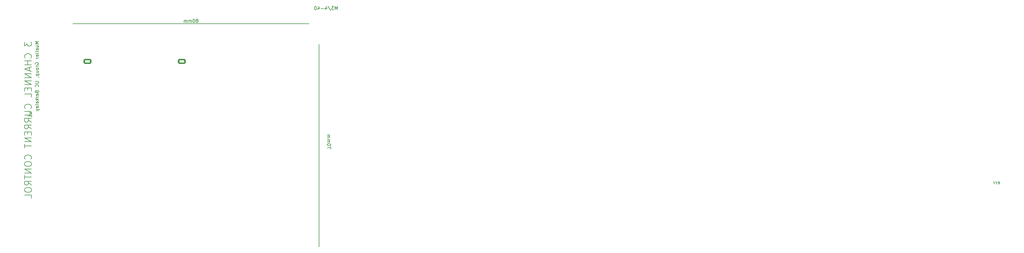
<source format=gbo>
G04 #@! TF.GenerationSoftware,KiCad,Pcbnew,9.0.0*
G04 #@! TF.CreationDate,2025-06-03T11:33:59-07:00*
G04 #@! TF.ProjectId,bias_coil,62696173-5f63-46f6-996c-2e6b69636164,rev?*
G04 #@! TF.SameCoordinates,Original*
G04 #@! TF.FileFunction,Legend,Bot*
G04 #@! TF.FilePolarity,Positive*
%FSLAX46Y46*%
G04 Gerber Fmt 4.6, Leading zero omitted, Abs format (unit mm)*
G04 Created by KiCad (PCBNEW 9.0.0) date 2025-06-03 11:33:59*
%MOMM*%
%LPD*%
G01*
G04 APERTURE LIST*
G04 Aperture macros list*
%AMRoundRect*
0 Rectangle with rounded corners*
0 $1 Rounding radius*
0 $2 $3 $4 $5 $6 $7 $8 $9 X,Y pos of 4 corners*
0 Add a 4 corners polygon primitive as box body*
4,1,4,$2,$3,$4,$5,$6,$7,$8,$9,$2,$3,0*
0 Add four circle primitives for the rounded corners*
1,1,$1+$1,$2,$3*
1,1,$1+$1,$4,$5*
1,1,$1+$1,$6,$7*
1,1,$1+$1,$8,$9*
0 Add four rect primitives between the rounded corners*
20,1,$1+$1,$2,$3,$4,$5,0*
20,1,$1+$1,$4,$5,$6,$7,0*
20,1,$1+$1,$6,$7,$8,$9,0*
20,1,$1+$1,$8,$9,$2,$3,0*%
G04 Aperture macros list end*
%ADD10C,0.150000*%
%ADD11C,1.600000*%
%ADD12O,1.600000X1.600000*%
%ADD13C,2.400000*%
%ADD14O,2.400000X2.400000*%
%ADD15R,1.905000X2.000000*%
%ADD16O,1.905000X2.000000*%
%ADD17R,1.800000X1.800000*%
%ADD18O,1.800000X1.800000*%
%ADD19R,2.420000X5.080000*%
%ADD20RoundRect,0.249999X-1.025001X-1.025001X1.025001X-1.025001X1.025001X1.025001X-1.025001X1.025001X0*%
%ADD21C,2.550000*%
%ADD22RoundRect,0.250000X0.265000X0.615000X-0.265000X0.615000X-0.265000X-0.615000X0.265000X-0.615000X0*%
%ADD23O,1.030000X1.730000*%
%ADD24R,3.000000X3.000000*%
%ADD25C,3.000000*%
%ADD26RoundRect,0.250000X-0.950000X-0.550000X0.950000X-0.550000X0.950000X0.550000X-0.950000X0.550000X0*%
%ADD27O,2.400000X1.600000*%
%ADD28C,3.200000*%
G04 APERTURE END LIST*
D10*
X187960000Y-71120000D02*
X187960000Y-131120000D01*
X115000000Y-65000000D02*
X185000000Y-65000000D01*
X389048571Y-112482200D02*
X389143809Y-112529819D01*
X389143809Y-112529819D02*
X389334285Y-112529819D01*
X389334285Y-112529819D02*
X389429523Y-112482200D01*
X389429523Y-112482200D02*
X389477142Y-112386961D01*
X389477142Y-112386961D02*
X389477142Y-112006009D01*
X389477142Y-112006009D02*
X389429523Y-111910771D01*
X389429523Y-111910771D02*
X389334285Y-111863152D01*
X389334285Y-111863152D02*
X389143809Y-111863152D01*
X389143809Y-111863152D02*
X389048571Y-111910771D01*
X389048571Y-111910771D02*
X389000952Y-112006009D01*
X389000952Y-112006009D02*
X389000952Y-112101247D01*
X389000952Y-112101247D02*
X389477142Y-112196485D01*
X388572380Y-112529819D02*
X388572380Y-111863152D01*
X388572380Y-112053628D02*
X388524761Y-111958390D01*
X388524761Y-111958390D02*
X388477142Y-111910771D01*
X388477142Y-111910771D02*
X388381904Y-111863152D01*
X388381904Y-111863152D02*
X388286666Y-111863152D01*
X387953332Y-112529819D02*
X387953332Y-111863152D01*
X387953332Y-112053628D02*
X387905713Y-111958390D01*
X387905713Y-111958390D02*
X387858094Y-111910771D01*
X387858094Y-111910771D02*
X387762856Y-111863152D01*
X387762856Y-111863152D02*
X387667618Y-111863152D01*
X102203152Y-91241541D02*
X102869819Y-91479636D01*
X102869819Y-91479636D02*
X102203152Y-91717731D01*
X102869819Y-92622493D02*
X102869819Y-92051065D01*
X102869819Y-92336779D02*
X101869819Y-92336779D01*
X101869819Y-92336779D02*
X102012676Y-92241541D01*
X102012676Y-92241541D02*
X102107914Y-92146303D01*
X102107914Y-92146303D02*
X102155533Y-92051065D01*
X100747438Y-70384398D02*
X100747438Y-71622493D01*
X100747438Y-71622493D02*
X101509342Y-70955826D01*
X101509342Y-70955826D02*
X101509342Y-71241541D01*
X101509342Y-71241541D02*
X101604580Y-71432017D01*
X101604580Y-71432017D02*
X101699819Y-71527255D01*
X101699819Y-71527255D02*
X101890295Y-71622493D01*
X101890295Y-71622493D02*
X102366485Y-71622493D01*
X102366485Y-71622493D02*
X102556961Y-71527255D01*
X102556961Y-71527255D02*
X102652200Y-71432017D01*
X102652200Y-71432017D02*
X102747438Y-71241541D01*
X102747438Y-71241541D02*
X102747438Y-70670112D01*
X102747438Y-70670112D02*
X102652200Y-70479636D01*
X102652200Y-70479636D02*
X102556961Y-70384398D01*
X102556961Y-75146303D02*
X102652200Y-75051065D01*
X102652200Y-75051065D02*
X102747438Y-74765351D01*
X102747438Y-74765351D02*
X102747438Y-74574875D01*
X102747438Y-74574875D02*
X102652200Y-74289160D01*
X102652200Y-74289160D02*
X102461723Y-74098684D01*
X102461723Y-74098684D02*
X102271247Y-74003446D01*
X102271247Y-74003446D02*
X101890295Y-73908208D01*
X101890295Y-73908208D02*
X101604580Y-73908208D01*
X101604580Y-73908208D02*
X101223628Y-74003446D01*
X101223628Y-74003446D02*
X101033152Y-74098684D01*
X101033152Y-74098684D02*
X100842676Y-74289160D01*
X100842676Y-74289160D02*
X100747438Y-74574875D01*
X100747438Y-74574875D02*
X100747438Y-74765351D01*
X100747438Y-74765351D02*
X100842676Y-75051065D01*
X100842676Y-75051065D02*
X100937914Y-75146303D01*
X102747438Y-76003446D02*
X100747438Y-76003446D01*
X101699819Y-76003446D02*
X101699819Y-77146303D01*
X102747438Y-77146303D02*
X100747438Y-77146303D01*
X102176009Y-78003446D02*
X102176009Y-78955827D01*
X102747438Y-77812970D02*
X100747438Y-78479636D01*
X100747438Y-78479636D02*
X102747438Y-79146303D01*
X102747438Y-79812970D02*
X100747438Y-79812970D01*
X100747438Y-79812970D02*
X102747438Y-80955827D01*
X102747438Y-80955827D02*
X100747438Y-80955827D01*
X102747438Y-81908208D02*
X100747438Y-81908208D01*
X100747438Y-81908208D02*
X102747438Y-83051065D01*
X102747438Y-83051065D02*
X100747438Y-83051065D01*
X101699819Y-84003446D02*
X101699819Y-84670113D01*
X102747438Y-84955827D02*
X102747438Y-84003446D01*
X102747438Y-84003446D02*
X100747438Y-84003446D01*
X100747438Y-84003446D02*
X100747438Y-84955827D01*
X102747438Y-86765351D02*
X102747438Y-85812970D01*
X102747438Y-85812970D02*
X100747438Y-85812970D01*
X102556961Y-90098685D02*
X102652200Y-90003447D01*
X102652200Y-90003447D02*
X102747438Y-89717733D01*
X102747438Y-89717733D02*
X102747438Y-89527257D01*
X102747438Y-89527257D02*
X102652200Y-89241542D01*
X102652200Y-89241542D02*
X102461723Y-89051066D01*
X102461723Y-89051066D02*
X102271247Y-88955828D01*
X102271247Y-88955828D02*
X101890295Y-88860590D01*
X101890295Y-88860590D02*
X101604580Y-88860590D01*
X101604580Y-88860590D02*
X101223628Y-88955828D01*
X101223628Y-88955828D02*
X101033152Y-89051066D01*
X101033152Y-89051066D02*
X100842676Y-89241542D01*
X100842676Y-89241542D02*
X100747438Y-89527257D01*
X100747438Y-89527257D02*
X100747438Y-89717733D01*
X100747438Y-89717733D02*
X100842676Y-90003447D01*
X100842676Y-90003447D02*
X100937914Y-90098685D01*
X100747438Y-90955828D02*
X102366485Y-90955828D01*
X102366485Y-90955828D02*
X102556961Y-91051066D01*
X102556961Y-91051066D02*
X102652200Y-91146304D01*
X102652200Y-91146304D02*
X102747438Y-91336780D01*
X102747438Y-91336780D02*
X102747438Y-91717733D01*
X102747438Y-91717733D02*
X102652200Y-91908209D01*
X102652200Y-91908209D02*
X102556961Y-92003447D01*
X102556961Y-92003447D02*
X102366485Y-92098685D01*
X102366485Y-92098685D02*
X100747438Y-92098685D01*
X102747438Y-94193923D02*
X101795057Y-93527256D01*
X102747438Y-93051066D02*
X100747438Y-93051066D01*
X100747438Y-93051066D02*
X100747438Y-93812971D01*
X100747438Y-93812971D02*
X100842676Y-94003447D01*
X100842676Y-94003447D02*
X100937914Y-94098685D01*
X100937914Y-94098685D02*
X101128390Y-94193923D01*
X101128390Y-94193923D02*
X101414104Y-94193923D01*
X101414104Y-94193923D02*
X101604580Y-94098685D01*
X101604580Y-94098685D02*
X101699819Y-94003447D01*
X101699819Y-94003447D02*
X101795057Y-93812971D01*
X101795057Y-93812971D02*
X101795057Y-93051066D01*
X102747438Y-96193923D02*
X101795057Y-95527256D01*
X102747438Y-95051066D02*
X100747438Y-95051066D01*
X100747438Y-95051066D02*
X100747438Y-95812971D01*
X100747438Y-95812971D02*
X100842676Y-96003447D01*
X100842676Y-96003447D02*
X100937914Y-96098685D01*
X100937914Y-96098685D02*
X101128390Y-96193923D01*
X101128390Y-96193923D02*
X101414104Y-96193923D01*
X101414104Y-96193923D02*
X101604580Y-96098685D01*
X101604580Y-96098685D02*
X101699819Y-96003447D01*
X101699819Y-96003447D02*
X101795057Y-95812971D01*
X101795057Y-95812971D02*
X101795057Y-95051066D01*
X101699819Y-97051066D02*
X101699819Y-97717733D01*
X102747438Y-98003447D02*
X102747438Y-97051066D01*
X102747438Y-97051066D02*
X100747438Y-97051066D01*
X100747438Y-97051066D02*
X100747438Y-98003447D01*
X102747438Y-98860590D02*
X100747438Y-98860590D01*
X100747438Y-98860590D02*
X102747438Y-100003447D01*
X102747438Y-100003447D02*
X100747438Y-100003447D01*
X100747438Y-100670114D02*
X100747438Y-101812971D01*
X102747438Y-101241542D02*
X100747438Y-101241542D01*
X102556961Y-105146305D02*
X102652200Y-105051067D01*
X102652200Y-105051067D02*
X102747438Y-104765353D01*
X102747438Y-104765353D02*
X102747438Y-104574877D01*
X102747438Y-104574877D02*
X102652200Y-104289162D01*
X102652200Y-104289162D02*
X102461723Y-104098686D01*
X102461723Y-104098686D02*
X102271247Y-104003448D01*
X102271247Y-104003448D02*
X101890295Y-103908210D01*
X101890295Y-103908210D02*
X101604580Y-103908210D01*
X101604580Y-103908210D02*
X101223628Y-104003448D01*
X101223628Y-104003448D02*
X101033152Y-104098686D01*
X101033152Y-104098686D02*
X100842676Y-104289162D01*
X100842676Y-104289162D02*
X100747438Y-104574877D01*
X100747438Y-104574877D02*
X100747438Y-104765353D01*
X100747438Y-104765353D02*
X100842676Y-105051067D01*
X100842676Y-105051067D02*
X100937914Y-105146305D01*
X100747438Y-106384400D02*
X100747438Y-106765353D01*
X100747438Y-106765353D02*
X100842676Y-106955829D01*
X100842676Y-106955829D02*
X101033152Y-107146305D01*
X101033152Y-107146305D02*
X101414104Y-107241543D01*
X101414104Y-107241543D02*
X102080771Y-107241543D01*
X102080771Y-107241543D02*
X102461723Y-107146305D01*
X102461723Y-107146305D02*
X102652200Y-106955829D01*
X102652200Y-106955829D02*
X102747438Y-106765353D01*
X102747438Y-106765353D02*
X102747438Y-106384400D01*
X102747438Y-106384400D02*
X102652200Y-106193924D01*
X102652200Y-106193924D02*
X102461723Y-106003448D01*
X102461723Y-106003448D02*
X102080771Y-105908210D01*
X102080771Y-105908210D02*
X101414104Y-105908210D01*
X101414104Y-105908210D02*
X101033152Y-106003448D01*
X101033152Y-106003448D02*
X100842676Y-106193924D01*
X100842676Y-106193924D02*
X100747438Y-106384400D01*
X102747438Y-108098686D02*
X100747438Y-108098686D01*
X100747438Y-108098686D02*
X102747438Y-109241543D01*
X102747438Y-109241543D02*
X100747438Y-109241543D01*
X100747438Y-109908210D02*
X100747438Y-111051067D01*
X102747438Y-110479638D02*
X100747438Y-110479638D01*
X102747438Y-112860591D02*
X101795057Y-112193924D01*
X102747438Y-111717734D02*
X100747438Y-111717734D01*
X100747438Y-111717734D02*
X100747438Y-112479639D01*
X100747438Y-112479639D02*
X100842676Y-112670115D01*
X100842676Y-112670115D02*
X100937914Y-112765353D01*
X100937914Y-112765353D02*
X101128390Y-112860591D01*
X101128390Y-112860591D02*
X101414104Y-112860591D01*
X101414104Y-112860591D02*
X101604580Y-112765353D01*
X101604580Y-112765353D02*
X101699819Y-112670115D01*
X101699819Y-112670115D02*
X101795057Y-112479639D01*
X101795057Y-112479639D02*
X101795057Y-111717734D01*
X100747438Y-114098686D02*
X100747438Y-114479639D01*
X100747438Y-114479639D02*
X100842676Y-114670115D01*
X100842676Y-114670115D02*
X101033152Y-114860591D01*
X101033152Y-114860591D02*
X101414104Y-114955829D01*
X101414104Y-114955829D02*
X102080771Y-114955829D01*
X102080771Y-114955829D02*
X102461723Y-114860591D01*
X102461723Y-114860591D02*
X102652200Y-114670115D01*
X102652200Y-114670115D02*
X102747438Y-114479639D01*
X102747438Y-114479639D02*
X102747438Y-114098686D01*
X102747438Y-114098686D02*
X102652200Y-113908210D01*
X102652200Y-113908210D02*
X102461723Y-113717734D01*
X102461723Y-113717734D02*
X102080771Y-113622496D01*
X102080771Y-113622496D02*
X101414104Y-113622496D01*
X101414104Y-113622496D02*
X101033152Y-113717734D01*
X101033152Y-113717734D02*
X100842676Y-113908210D01*
X100842676Y-113908210D02*
X100747438Y-114098686D01*
X102747438Y-116765353D02*
X102747438Y-115812972D01*
X102747438Y-115812972D02*
X100747438Y-115812972D01*
X104869819Y-70336779D02*
X103869819Y-70336779D01*
X103869819Y-70336779D02*
X104584104Y-70670112D01*
X104584104Y-70670112D02*
X103869819Y-71003445D01*
X103869819Y-71003445D02*
X104869819Y-71003445D01*
X104203152Y-71908207D02*
X104869819Y-71908207D01*
X104203152Y-71479636D02*
X104726961Y-71479636D01*
X104726961Y-71479636D02*
X104822200Y-71527255D01*
X104822200Y-71527255D02*
X104869819Y-71622493D01*
X104869819Y-71622493D02*
X104869819Y-71765350D01*
X104869819Y-71765350D02*
X104822200Y-71860588D01*
X104822200Y-71860588D02*
X104774580Y-71908207D01*
X104822200Y-72765350D02*
X104869819Y-72670112D01*
X104869819Y-72670112D02*
X104869819Y-72479636D01*
X104869819Y-72479636D02*
X104822200Y-72384398D01*
X104822200Y-72384398D02*
X104726961Y-72336779D01*
X104726961Y-72336779D02*
X104346009Y-72336779D01*
X104346009Y-72336779D02*
X104250771Y-72384398D01*
X104250771Y-72384398D02*
X104203152Y-72479636D01*
X104203152Y-72479636D02*
X104203152Y-72670112D01*
X104203152Y-72670112D02*
X104250771Y-72765350D01*
X104250771Y-72765350D02*
X104346009Y-72812969D01*
X104346009Y-72812969D02*
X104441247Y-72812969D01*
X104441247Y-72812969D02*
X104536485Y-72336779D01*
X104869819Y-73384398D02*
X104822200Y-73289160D01*
X104822200Y-73289160D02*
X104726961Y-73241541D01*
X104726961Y-73241541D02*
X103869819Y-73241541D01*
X104869819Y-73908208D02*
X104822200Y-73812970D01*
X104822200Y-73812970D02*
X104726961Y-73765351D01*
X104726961Y-73765351D02*
X103869819Y-73765351D01*
X104822200Y-74670113D02*
X104869819Y-74574875D01*
X104869819Y-74574875D02*
X104869819Y-74384399D01*
X104869819Y-74384399D02*
X104822200Y-74289161D01*
X104822200Y-74289161D02*
X104726961Y-74241542D01*
X104726961Y-74241542D02*
X104346009Y-74241542D01*
X104346009Y-74241542D02*
X104250771Y-74289161D01*
X104250771Y-74289161D02*
X104203152Y-74384399D01*
X104203152Y-74384399D02*
X104203152Y-74574875D01*
X104203152Y-74574875D02*
X104250771Y-74670113D01*
X104250771Y-74670113D02*
X104346009Y-74717732D01*
X104346009Y-74717732D02*
X104441247Y-74717732D01*
X104441247Y-74717732D02*
X104536485Y-74241542D01*
X104869819Y-75146304D02*
X104203152Y-75146304D01*
X104393628Y-75146304D02*
X104298390Y-75193923D01*
X104298390Y-75193923D02*
X104250771Y-75241542D01*
X104250771Y-75241542D02*
X104203152Y-75336780D01*
X104203152Y-75336780D02*
X104203152Y-75432018D01*
X103917438Y-77051066D02*
X103869819Y-76955828D01*
X103869819Y-76955828D02*
X103869819Y-76812971D01*
X103869819Y-76812971D02*
X103917438Y-76670114D01*
X103917438Y-76670114D02*
X104012676Y-76574876D01*
X104012676Y-76574876D02*
X104107914Y-76527257D01*
X104107914Y-76527257D02*
X104298390Y-76479638D01*
X104298390Y-76479638D02*
X104441247Y-76479638D01*
X104441247Y-76479638D02*
X104631723Y-76527257D01*
X104631723Y-76527257D02*
X104726961Y-76574876D01*
X104726961Y-76574876D02*
X104822200Y-76670114D01*
X104822200Y-76670114D02*
X104869819Y-76812971D01*
X104869819Y-76812971D02*
X104869819Y-76908209D01*
X104869819Y-76908209D02*
X104822200Y-77051066D01*
X104822200Y-77051066D02*
X104774580Y-77098685D01*
X104774580Y-77098685D02*
X104441247Y-77098685D01*
X104441247Y-77098685D02*
X104441247Y-76908209D01*
X104869819Y-77527257D02*
X104203152Y-77527257D01*
X104393628Y-77527257D02*
X104298390Y-77574876D01*
X104298390Y-77574876D02*
X104250771Y-77622495D01*
X104250771Y-77622495D02*
X104203152Y-77717733D01*
X104203152Y-77717733D02*
X104203152Y-77812971D01*
X104869819Y-78289162D02*
X104822200Y-78193924D01*
X104822200Y-78193924D02*
X104774580Y-78146305D01*
X104774580Y-78146305D02*
X104679342Y-78098686D01*
X104679342Y-78098686D02*
X104393628Y-78098686D01*
X104393628Y-78098686D02*
X104298390Y-78146305D01*
X104298390Y-78146305D02*
X104250771Y-78193924D01*
X104250771Y-78193924D02*
X104203152Y-78289162D01*
X104203152Y-78289162D02*
X104203152Y-78432019D01*
X104203152Y-78432019D02*
X104250771Y-78527257D01*
X104250771Y-78527257D02*
X104298390Y-78574876D01*
X104298390Y-78574876D02*
X104393628Y-78622495D01*
X104393628Y-78622495D02*
X104679342Y-78622495D01*
X104679342Y-78622495D02*
X104774580Y-78574876D01*
X104774580Y-78574876D02*
X104822200Y-78527257D01*
X104822200Y-78527257D02*
X104869819Y-78432019D01*
X104869819Y-78432019D02*
X104869819Y-78289162D01*
X104203152Y-79479638D02*
X104869819Y-79479638D01*
X104203152Y-79051067D02*
X104726961Y-79051067D01*
X104726961Y-79051067D02*
X104822200Y-79098686D01*
X104822200Y-79098686D02*
X104869819Y-79193924D01*
X104869819Y-79193924D02*
X104869819Y-79336781D01*
X104869819Y-79336781D02*
X104822200Y-79432019D01*
X104822200Y-79432019D02*
X104774580Y-79479638D01*
X104203152Y-79955829D02*
X105203152Y-79955829D01*
X104250771Y-79955829D02*
X104203152Y-80051067D01*
X104203152Y-80051067D02*
X104203152Y-80241543D01*
X104203152Y-80241543D02*
X104250771Y-80336781D01*
X104250771Y-80336781D02*
X104298390Y-80384400D01*
X104298390Y-80384400D02*
X104393628Y-80432019D01*
X104393628Y-80432019D02*
X104679342Y-80432019D01*
X104679342Y-80432019D02*
X104774580Y-80384400D01*
X104774580Y-80384400D02*
X104822200Y-80336781D01*
X104822200Y-80336781D02*
X104869819Y-80241543D01*
X104869819Y-80241543D02*
X104869819Y-80051067D01*
X104869819Y-80051067D02*
X104822200Y-79955829D01*
X104822200Y-80908210D02*
X104869819Y-80908210D01*
X104869819Y-80908210D02*
X104965057Y-80860591D01*
X104965057Y-80860591D02*
X105012676Y-80812972D01*
X103869819Y-82098686D02*
X104679342Y-82098686D01*
X104679342Y-82098686D02*
X104774580Y-82146305D01*
X104774580Y-82146305D02*
X104822200Y-82193924D01*
X104822200Y-82193924D02*
X104869819Y-82289162D01*
X104869819Y-82289162D02*
X104869819Y-82479638D01*
X104869819Y-82479638D02*
X104822200Y-82574876D01*
X104822200Y-82574876D02*
X104774580Y-82622495D01*
X104774580Y-82622495D02*
X104679342Y-82670114D01*
X104679342Y-82670114D02*
X103869819Y-82670114D01*
X104774580Y-83717733D02*
X104822200Y-83670114D01*
X104822200Y-83670114D02*
X104869819Y-83527257D01*
X104869819Y-83527257D02*
X104869819Y-83432019D01*
X104869819Y-83432019D02*
X104822200Y-83289162D01*
X104822200Y-83289162D02*
X104726961Y-83193924D01*
X104726961Y-83193924D02*
X104631723Y-83146305D01*
X104631723Y-83146305D02*
X104441247Y-83098686D01*
X104441247Y-83098686D02*
X104298390Y-83098686D01*
X104298390Y-83098686D02*
X104107914Y-83146305D01*
X104107914Y-83146305D02*
X104012676Y-83193924D01*
X104012676Y-83193924D02*
X103917438Y-83289162D01*
X103917438Y-83289162D02*
X103869819Y-83432019D01*
X103869819Y-83432019D02*
X103869819Y-83527257D01*
X103869819Y-83527257D02*
X103917438Y-83670114D01*
X103917438Y-83670114D02*
X103965057Y-83717733D01*
X104346009Y-85241543D02*
X104393628Y-85384400D01*
X104393628Y-85384400D02*
X104441247Y-85432019D01*
X104441247Y-85432019D02*
X104536485Y-85479638D01*
X104536485Y-85479638D02*
X104679342Y-85479638D01*
X104679342Y-85479638D02*
X104774580Y-85432019D01*
X104774580Y-85432019D02*
X104822200Y-85384400D01*
X104822200Y-85384400D02*
X104869819Y-85289162D01*
X104869819Y-85289162D02*
X104869819Y-84908210D01*
X104869819Y-84908210D02*
X103869819Y-84908210D01*
X103869819Y-84908210D02*
X103869819Y-85241543D01*
X103869819Y-85241543D02*
X103917438Y-85336781D01*
X103917438Y-85336781D02*
X103965057Y-85384400D01*
X103965057Y-85384400D02*
X104060295Y-85432019D01*
X104060295Y-85432019D02*
X104155533Y-85432019D01*
X104155533Y-85432019D02*
X104250771Y-85384400D01*
X104250771Y-85384400D02*
X104298390Y-85336781D01*
X104298390Y-85336781D02*
X104346009Y-85241543D01*
X104346009Y-85241543D02*
X104346009Y-84908210D01*
X104822200Y-86289162D02*
X104869819Y-86193924D01*
X104869819Y-86193924D02*
X104869819Y-86003448D01*
X104869819Y-86003448D02*
X104822200Y-85908210D01*
X104822200Y-85908210D02*
X104726961Y-85860591D01*
X104726961Y-85860591D02*
X104346009Y-85860591D01*
X104346009Y-85860591D02*
X104250771Y-85908210D01*
X104250771Y-85908210D02*
X104203152Y-86003448D01*
X104203152Y-86003448D02*
X104203152Y-86193924D01*
X104203152Y-86193924D02*
X104250771Y-86289162D01*
X104250771Y-86289162D02*
X104346009Y-86336781D01*
X104346009Y-86336781D02*
X104441247Y-86336781D01*
X104441247Y-86336781D02*
X104536485Y-85860591D01*
X104869819Y-86765353D02*
X104203152Y-86765353D01*
X104393628Y-86765353D02*
X104298390Y-86812972D01*
X104298390Y-86812972D02*
X104250771Y-86860591D01*
X104250771Y-86860591D02*
X104203152Y-86955829D01*
X104203152Y-86955829D02*
X104203152Y-87051067D01*
X104869819Y-87384401D02*
X103869819Y-87384401D01*
X104488866Y-87479639D02*
X104869819Y-87765353D01*
X104203152Y-87765353D02*
X104584104Y-87384401D01*
X104822200Y-88574877D02*
X104869819Y-88479639D01*
X104869819Y-88479639D02*
X104869819Y-88289163D01*
X104869819Y-88289163D02*
X104822200Y-88193925D01*
X104822200Y-88193925D02*
X104726961Y-88146306D01*
X104726961Y-88146306D02*
X104346009Y-88146306D01*
X104346009Y-88146306D02*
X104250771Y-88193925D01*
X104250771Y-88193925D02*
X104203152Y-88289163D01*
X104203152Y-88289163D02*
X104203152Y-88479639D01*
X104203152Y-88479639D02*
X104250771Y-88574877D01*
X104250771Y-88574877D02*
X104346009Y-88622496D01*
X104346009Y-88622496D02*
X104441247Y-88622496D01*
X104441247Y-88622496D02*
X104536485Y-88146306D01*
X104869819Y-89193925D02*
X104822200Y-89098687D01*
X104822200Y-89098687D02*
X104726961Y-89051068D01*
X104726961Y-89051068D02*
X103869819Y-89051068D01*
X104822200Y-89955830D02*
X104869819Y-89860592D01*
X104869819Y-89860592D02*
X104869819Y-89670116D01*
X104869819Y-89670116D02*
X104822200Y-89574878D01*
X104822200Y-89574878D02*
X104726961Y-89527259D01*
X104726961Y-89527259D02*
X104346009Y-89527259D01*
X104346009Y-89527259D02*
X104250771Y-89574878D01*
X104250771Y-89574878D02*
X104203152Y-89670116D01*
X104203152Y-89670116D02*
X104203152Y-89860592D01*
X104203152Y-89860592D02*
X104250771Y-89955830D01*
X104250771Y-89955830D02*
X104346009Y-90003449D01*
X104346009Y-90003449D02*
X104441247Y-90003449D01*
X104441247Y-90003449D02*
X104536485Y-89527259D01*
X104203152Y-90336783D02*
X104869819Y-90574878D01*
X104203152Y-90812973D02*
X104869819Y-90574878D01*
X104869819Y-90574878D02*
X105107914Y-90479640D01*
X105107914Y-90479640D02*
X105155533Y-90432021D01*
X105155533Y-90432021D02*
X105203152Y-90336783D01*
X193380951Y-60869819D02*
X193380951Y-59869819D01*
X193380951Y-59869819D02*
X193047618Y-60584104D01*
X193047618Y-60584104D02*
X192714285Y-59869819D01*
X192714285Y-59869819D02*
X192714285Y-60869819D01*
X192333332Y-59869819D02*
X191714285Y-59869819D01*
X191714285Y-59869819D02*
X192047618Y-60250771D01*
X192047618Y-60250771D02*
X191904761Y-60250771D01*
X191904761Y-60250771D02*
X191809523Y-60298390D01*
X191809523Y-60298390D02*
X191761904Y-60346009D01*
X191761904Y-60346009D02*
X191714285Y-60441247D01*
X191714285Y-60441247D02*
X191714285Y-60679342D01*
X191714285Y-60679342D02*
X191761904Y-60774580D01*
X191761904Y-60774580D02*
X191809523Y-60822200D01*
X191809523Y-60822200D02*
X191904761Y-60869819D01*
X191904761Y-60869819D02*
X192190475Y-60869819D01*
X192190475Y-60869819D02*
X192285713Y-60822200D01*
X192285713Y-60822200D02*
X192333332Y-60774580D01*
X190571428Y-59822200D02*
X191428570Y-61107914D01*
X189809523Y-60203152D02*
X189809523Y-60869819D01*
X190047618Y-59822200D02*
X190285713Y-60536485D01*
X190285713Y-60536485D02*
X189666666Y-60536485D01*
X189285713Y-60488866D02*
X188523809Y-60488866D01*
X187619047Y-60203152D02*
X187619047Y-60869819D01*
X187857142Y-59822200D02*
X188095237Y-60536485D01*
X188095237Y-60536485D02*
X187476190Y-60536485D01*
X186904761Y-59869819D02*
X186809523Y-59869819D01*
X186809523Y-59869819D02*
X186714285Y-59917438D01*
X186714285Y-59917438D02*
X186666666Y-59965057D01*
X186666666Y-59965057D02*
X186619047Y-60060295D01*
X186619047Y-60060295D02*
X186571428Y-60250771D01*
X186571428Y-60250771D02*
X186571428Y-60488866D01*
X186571428Y-60488866D02*
X186619047Y-60679342D01*
X186619047Y-60679342D02*
X186666666Y-60774580D01*
X186666666Y-60774580D02*
X186714285Y-60822200D01*
X186714285Y-60822200D02*
X186809523Y-60869819D01*
X186809523Y-60869819D02*
X186904761Y-60869819D01*
X186904761Y-60869819D02*
X186999999Y-60822200D01*
X186999999Y-60822200D02*
X187047618Y-60774580D01*
X187047618Y-60774580D02*
X187095237Y-60679342D01*
X187095237Y-60679342D02*
X187142856Y-60488866D01*
X187142856Y-60488866D02*
X187142856Y-60250771D01*
X187142856Y-60250771D02*
X187095237Y-60060295D01*
X187095237Y-60060295D02*
X187047618Y-59965057D01*
X187047618Y-59965057D02*
X186999999Y-59917438D01*
X186999999Y-59917438D02*
X186904761Y-59869819D01*
X191380180Y-102142856D02*
X191380180Y-101476190D01*
X191380180Y-101476190D02*
X190380180Y-101904761D01*
X191380180Y-100904761D02*
X191380180Y-100809523D01*
X191380180Y-100809523D02*
X191332561Y-100714285D01*
X191332561Y-100714285D02*
X191284942Y-100666666D01*
X191284942Y-100666666D02*
X191189704Y-100619047D01*
X191189704Y-100619047D02*
X190999228Y-100571428D01*
X190999228Y-100571428D02*
X190761133Y-100571428D01*
X190761133Y-100571428D02*
X190570657Y-100619047D01*
X190570657Y-100619047D02*
X190475419Y-100666666D01*
X190475419Y-100666666D02*
X190427800Y-100714285D01*
X190427800Y-100714285D02*
X190380180Y-100809523D01*
X190380180Y-100809523D02*
X190380180Y-100904761D01*
X190380180Y-100904761D02*
X190427800Y-100999999D01*
X190427800Y-100999999D02*
X190475419Y-101047618D01*
X190475419Y-101047618D02*
X190570657Y-101095237D01*
X190570657Y-101095237D02*
X190761133Y-101142856D01*
X190761133Y-101142856D02*
X190999228Y-101142856D01*
X190999228Y-101142856D02*
X191189704Y-101095237D01*
X191189704Y-101095237D02*
X191284942Y-101047618D01*
X191284942Y-101047618D02*
X191332561Y-100999999D01*
X191332561Y-100999999D02*
X191380180Y-100904761D01*
X190380180Y-100142856D02*
X191046847Y-100142856D01*
X190951609Y-100142856D02*
X190999228Y-100095237D01*
X190999228Y-100095237D02*
X191046847Y-99999999D01*
X191046847Y-99999999D02*
X191046847Y-99857142D01*
X191046847Y-99857142D02*
X190999228Y-99761904D01*
X190999228Y-99761904D02*
X190903990Y-99714285D01*
X190903990Y-99714285D02*
X190380180Y-99714285D01*
X190903990Y-99714285D02*
X190999228Y-99666666D01*
X190999228Y-99666666D02*
X191046847Y-99571428D01*
X191046847Y-99571428D02*
X191046847Y-99428571D01*
X191046847Y-99428571D02*
X190999228Y-99333332D01*
X190999228Y-99333332D02*
X190903990Y-99285713D01*
X190903990Y-99285713D02*
X190380180Y-99285713D01*
X190380180Y-98809523D02*
X191046847Y-98809523D01*
X190951609Y-98809523D02*
X190999228Y-98761904D01*
X190999228Y-98761904D02*
X191046847Y-98666666D01*
X191046847Y-98666666D02*
X191046847Y-98523809D01*
X191046847Y-98523809D02*
X190999228Y-98428571D01*
X190999228Y-98428571D02*
X190903990Y-98380952D01*
X190903990Y-98380952D02*
X190380180Y-98380952D01*
X190903990Y-98380952D02*
X190999228Y-98333333D01*
X190999228Y-98333333D02*
X191046847Y-98238095D01*
X191046847Y-98238095D02*
X191046847Y-98095238D01*
X191046847Y-98095238D02*
X190999228Y-97999999D01*
X190999228Y-97999999D02*
X190903990Y-97952380D01*
X190903990Y-97952380D02*
X190380180Y-97952380D01*
X151904761Y-64048390D02*
X151999999Y-64000771D01*
X151999999Y-64000771D02*
X152047618Y-63953152D01*
X152047618Y-63953152D02*
X152095237Y-63857914D01*
X152095237Y-63857914D02*
X152095237Y-63810295D01*
X152095237Y-63810295D02*
X152047618Y-63715057D01*
X152047618Y-63715057D02*
X151999999Y-63667438D01*
X151999999Y-63667438D02*
X151904761Y-63619819D01*
X151904761Y-63619819D02*
X151714285Y-63619819D01*
X151714285Y-63619819D02*
X151619047Y-63667438D01*
X151619047Y-63667438D02*
X151571428Y-63715057D01*
X151571428Y-63715057D02*
X151523809Y-63810295D01*
X151523809Y-63810295D02*
X151523809Y-63857914D01*
X151523809Y-63857914D02*
X151571428Y-63953152D01*
X151571428Y-63953152D02*
X151619047Y-64000771D01*
X151619047Y-64000771D02*
X151714285Y-64048390D01*
X151714285Y-64048390D02*
X151904761Y-64048390D01*
X151904761Y-64048390D02*
X151999999Y-64096009D01*
X151999999Y-64096009D02*
X152047618Y-64143628D01*
X152047618Y-64143628D02*
X152095237Y-64238866D01*
X152095237Y-64238866D02*
X152095237Y-64429342D01*
X152095237Y-64429342D02*
X152047618Y-64524580D01*
X152047618Y-64524580D02*
X151999999Y-64572200D01*
X151999999Y-64572200D02*
X151904761Y-64619819D01*
X151904761Y-64619819D02*
X151714285Y-64619819D01*
X151714285Y-64619819D02*
X151619047Y-64572200D01*
X151619047Y-64572200D02*
X151571428Y-64524580D01*
X151571428Y-64524580D02*
X151523809Y-64429342D01*
X151523809Y-64429342D02*
X151523809Y-64238866D01*
X151523809Y-64238866D02*
X151571428Y-64143628D01*
X151571428Y-64143628D02*
X151619047Y-64096009D01*
X151619047Y-64096009D02*
X151714285Y-64048390D01*
X150904761Y-63619819D02*
X150809523Y-63619819D01*
X150809523Y-63619819D02*
X150714285Y-63667438D01*
X150714285Y-63667438D02*
X150666666Y-63715057D01*
X150666666Y-63715057D02*
X150619047Y-63810295D01*
X150619047Y-63810295D02*
X150571428Y-64000771D01*
X150571428Y-64000771D02*
X150571428Y-64238866D01*
X150571428Y-64238866D02*
X150619047Y-64429342D01*
X150619047Y-64429342D02*
X150666666Y-64524580D01*
X150666666Y-64524580D02*
X150714285Y-64572200D01*
X150714285Y-64572200D02*
X150809523Y-64619819D01*
X150809523Y-64619819D02*
X150904761Y-64619819D01*
X150904761Y-64619819D02*
X150999999Y-64572200D01*
X150999999Y-64572200D02*
X151047618Y-64524580D01*
X151047618Y-64524580D02*
X151095237Y-64429342D01*
X151095237Y-64429342D02*
X151142856Y-64238866D01*
X151142856Y-64238866D02*
X151142856Y-64000771D01*
X151142856Y-64000771D02*
X151095237Y-63810295D01*
X151095237Y-63810295D02*
X151047618Y-63715057D01*
X151047618Y-63715057D02*
X150999999Y-63667438D01*
X150999999Y-63667438D02*
X150904761Y-63619819D01*
X150142856Y-64619819D02*
X150142856Y-63953152D01*
X150142856Y-64048390D02*
X150095237Y-64000771D01*
X150095237Y-64000771D02*
X149999999Y-63953152D01*
X149999999Y-63953152D02*
X149857142Y-63953152D01*
X149857142Y-63953152D02*
X149761904Y-64000771D01*
X149761904Y-64000771D02*
X149714285Y-64096009D01*
X149714285Y-64096009D02*
X149714285Y-64619819D01*
X149714285Y-64096009D02*
X149666666Y-64000771D01*
X149666666Y-64000771D02*
X149571428Y-63953152D01*
X149571428Y-63953152D02*
X149428571Y-63953152D01*
X149428571Y-63953152D02*
X149333332Y-64000771D01*
X149333332Y-64000771D02*
X149285713Y-64096009D01*
X149285713Y-64096009D02*
X149285713Y-64619819D01*
X148809523Y-64619819D02*
X148809523Y-63953152D01*
X148809523Y-64048390D02*
X148761904Y-64000771D01*
X148761904Y-64000771D02*
X148666666Y-63953152D01*
X148666666Y-63953152D02*
X148523809Y-63953152D01*
X148523809Y-63953152D02*
X148428571Y-64000771D01*
X148428571Y-64000771D02*
X148380952Y-64096009D01*
X148380952Y-64096009D02*
X148380952Y-64619819D01*
X148380952Y-64096009D02*
X148333333Y-64000771D01*
X148333333Y-64000771D02*
X148238095Y-63953152D01*
X148238095Y-63953152D02*
X148095238Y-63953152D01*
X148095238Y-63953152D02*
X147999999Y-64000771D01*
X147999999Y-64000771D02*
X147952380Y-64096009D01*
X147952380Y-64096009D02*
X147952380Y-64619819D01*
%LPC*%
D11*
X132080000Y-104140000D03*
D12*
X132080000Y-114300000D03*
D13*
X177800000Y-124465000D03*
D14*
X177800000Y-93985000D03*
D15*
X152400000Y-134620000D03*
D16*
X154940000Y-134620000D03*
X157480000Y-134620000D03*
D11*
X124460000Y-129540000D03*
D12*
X124460000Y-119380000D03*
D17*
X144780000Y-119380000D03*
D18*
X144780000Y-129540000D03*
D19*
X185620000Y-146930000D03*
X194380000Y-146930000D03*
D17*
X114300000Y-119380000D03*
D18*
X114300000Y-129540000D03*
D11*
X132080000Y-86360000D03*
X132080000Y-81360000D03*
D20*
X146900000Y-55000000D03*
D21*
X151700000Y-55000000D03*
X156500000Y-55000000D03*
X161300000Y-55000000D03*
X166100000Y-55000000D03*
D11*
X137080000Y-73660000D03*
X132080000Y-73660000D03*
D22*
X141000000Y-55500000D03*
D23*
X139500000Y-55500000D03*
X138000000Y-55500000D03*
X136500000Y-55500000D03*
X135000000Y-55500000D03*
X133500000Y-55500000D03*
X132000000Y-55500000D03*
X130500000Y-55500000D03*
X129000000Y-55500000D03*
X127500000Y-55500000D03*
D24*
X177800000Y-76200000D03*
D25*
X182880000Y-76200000D03*
D11*
X137240000Y-83820000D03*
X142240000Y-83820000D03*
D26*
X147320000Y-76200000D03*
D27*
X147320000Y-78740000D03*
X147320000Y-81280000D03*
X147320000Y-83820000D03*
X154940000Y-83820000D03*
X154940000Y-81280000D03*
X154940000Y-78740000D03*
X154940000Y-76200000D03*
D28*
X190000000Y-135000000D03*
X110000000Y-65000000D03*
D19*
X137620000Y-146930000D03*
X146380000Y-146930000D03*
D13*
X165100000Y-124465000D03*
D14*
X165100000Y-93985000D03*
D11*
X137240000Y-86360000D03*
X142240000Y-86360000D03*
D15*
X177800000Y-134620000D03*
D16*
X180340000Y-134620000D03*
X182880000Y-134620000D03*
D28*
X190000000Y-65000000D03*
D17*
X129540000Y-119380000D03*
D18*
X129540000Y-129540000D03*
D11*
X152320000Y-71120000D03*
X147320000Y-71120000D03*
X137160000Y-114300000D03*
D12*
X137160000Y-104140000D03*
D28*
X110000000Y-135000000D03*
D11*
X109300000Y-83820000D03*
X114300000Y-83820000D03*
X109300000Y-86360000D03*
X114300000Y-86360000D03*
D19*
X121620000Y-146930000D03*
X130380000Y-146930000D03*
D11*
X139700000Y-129540000D03*
D12*
X139700000Y-119380000D03*
D11*
X111760000Y-104140000D03*
D12*
X111760000Y-114300000D03*
D26*
X119380000Y-76200000D03*
D27*
X119380000Y-78740000D03*
X119380000Y-81280000D03*
X119380000Y-83820000D03*
X127000000Y-83820000D03*
X127000000Y-81280000D03*
X127000000Y-78740000D03*
X127000000Y-76200000D03*
D11*
X121920000Y-104140000D03*
D12*
X121920000Y-114300000D03*
D22*
X121000000Y-55500000D03*
D23*
X119500000Y-55500000D03*
X118000000Y-55500000D03*
X116500000Y-55500000D03*
X115000000Y-55500000D03*
X113500000Y-55500000D03*
X112000000Y-55500000D03*
X110500000Y-55500000D03*
X109000000Y-55500000D03*
X107500000Y-55500000D03*
D11*
X116840000Y-114300000D03*
D12*
X116840000Y-104140000D03*
D11*
X114300000Y-78740000D03*
X114300000Y-73740000D03*
D19*
X153620000Y-146930000D03*
X162380000Y-146930000D03*
D11*
X165020000Y-76200000D03*
X160020000Y-76200000D03*
D19*
X169620000Y-146930000D03*
X178380000Y-146930000D03*
D13*
X152400000Y-124460000D03*
D14*
X152400000Y-93980000D03*
D15*
X165100000Y-134620000D03*
D16*
X167640000Y-134620000D03*
X170180000Y-134620000D03*
D11*
X165020000Y-73660000D03*
X160020000Y-73660000D03*
X127000000Y-114300000D03*
D12*
X127000000Y-104140000D03*
D11*
X137080000Y-76200000D03*
X132080000Y-76200000D03*
D19*
X105620000Y-146930000D03*
X114380000Y-146930000D03*
D11*
X106680000Y-129540000D03*
D12*
X106680000Y-119380000D03*
%LPD*%
M02*

</source>
